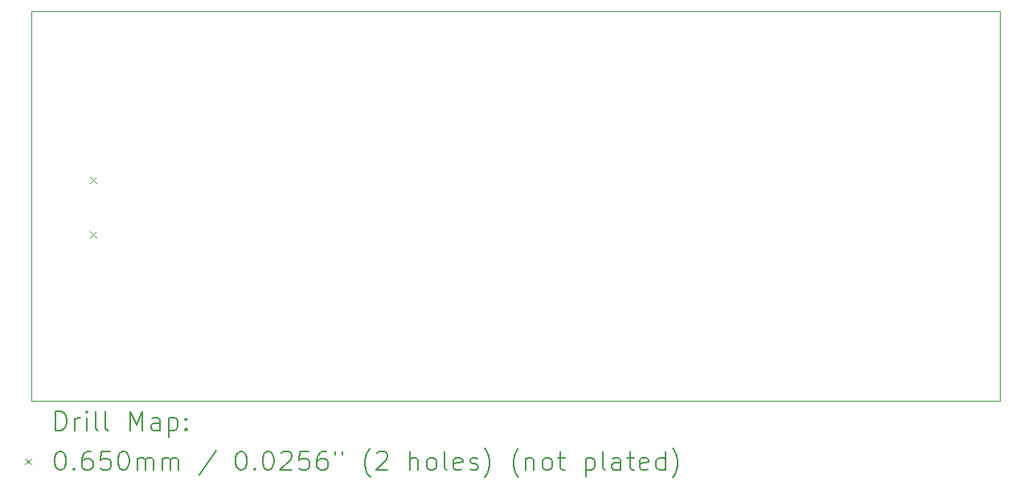
<source format=gbr>
%TF.GenerationSoftware,KiCad,Pcbnew,9.0.6-9.0.6~ubuntu24.04.1*%
%TF.CreationDate,2025-12-26T18:07:37+01:00*%
%TF.ProjectId,security-system,73656375-7269-4747-992d-73797374656d,0*%
%TF.SameCoordinates,Original*%
%TF.FileFunction,Drillmap*%
%TF.FilePolarity,Positive*%
%FSLAX45Y45*%
G04 Gerber Fmt 4.5, Leading zero omitted, Abs format (unit mm)*
G04 Created by KiCad (PCBNEW 9.0.6-9.0.6~ubuntu24.04.1) date 2025-12-26 18:07:37*
%MOMM*%
%LPD*%
G01*
G04 APERTURE LIST*
%ADD10C,0.038100*%
%ADD11C,0.200000*%
%ADD12C,0.100000*%
G04 APERTURE END LIST*
D10*
X12500000Y-6600000D02*
X12500000Y-10700000D01*
X22700000Y-6600000D02*
X12500000Y-6600000D01*
X22700000Y-10700000D02*
X22700000Y-6600000D01*
X12500000Y-10700000D02*
X22700000Y-10700000D01*
D11*
D12*
X13123500Y-8340500D02*
X13188500Y-8405500D01*
X13188500Y-8340500D02*
X13123500Y-8405500D01*
X13123500Y-8918500D02*
X13188500Y-8983500D01*
X13188500Y-8918500D02*
X13123500Y-8983500D01*
D11*
X12758872Y-11013389D02*
X12758872Y-10813389D01*
X12758872Y-10813389D02*
X12806491Y-10813389D01*
X12806491Y-10813389D02*
X12835062Y-10822913D01*
X12835062Y-10822913D02*
X12854110Y-10841960D01*
X12854110Y-10841960D02*
X12863634Y-10861008D01*
X12863634Y-10861008D02*
X12873157Y-10899103D01*
X12873157Y-10899103D02*
X12873157Y-10927675D01*
X12873157Y-10927675D02*
X12863634Y-10965770D01*
X12863634Y-10965770D02*
X12854110Y-10984817D01*
X12854110Y-10984817D02*
X12835062Y-11003865D01*
X12835062Y-11003865D02*
X12806491Y-11013389D01*
X12806491Y-11013389D02*
X12758872Y-11013389D01*
X12958872Y-11013389D02*
X12958872Y-10880055D01*
X12958872Y-10918151D02*
X12968396Y-10899103D01*
X12968396Y-10899103D02*
X12977919Y-10889579D01*
X12977919Y-10889579D02*
X12996967Y-10880055D01*
X12996967Y-10880055D02*
X13016015Y-10880055D01*
X13082681Y-11013389D02*
X13082681Y-10880055D01*
X13082681Y-10813389D02*
X13073157Y-10822913D01*
X13073157Y-10822913D02*
X13082681Y-10832436D01*
X13082681Y-10832436D02*
X13092205Y-10822913D01*
X13092205Y-10822913D02*
X13082681Y-10813389D01*
X13082681Y-10813389D02*
X13082681Y-10832436D01*
X13206491Y-11013389D02*
X13187443Y-11003865D01*
X13187443Y-11003865D02*
X13177919Y-10984817D01*
X13177919Y-10984817D02*
X13177919Y-10813389D01*
X13311253Y-11013389D02*
X13292205Y-11003865D01*
X13292205Y-11003865D02*
X13282681Y-10984817D01*
X13282681Y-10984817D02*
X13282681Y-10813389D01*
X13539824Y-11013389D02*
X13539824Y-10813389D01*
X13539824Y-10813389D02*
X13606491Y-10956246D01*
X13606491Y-10956246D02*
X13673157Y-10813389D01*
X13673157Y-10813389D02*
X13673157Y-11013389D01*
X13854110Y-11013389D02*
X13854110Y-10908627D01*
X13854110Y-10908627D02*
X13844586Y-10889579D01*
X13844586Y-10889579D02*
X13825538Y-10880055D01*
X13825538Y-10880055D02*
X13787443Y-10880055D01*
X13787443Y-10880055D02*
X13768396Y-10889579D01*
X13854110Y-11003865D02*
X13835062Y-11013389D01*
X13835062Y-11013389D02*
X13787443Y-11013389D01*
X13787443Y-11013389D02*
X13768396Y-11003865D01*
X13768396Y-11003865D02*
X13758872Y-10984817D01*
X13758872Y-10984817D02*
X13758872Y-10965770D01*
X13758872Y-10965770D02*
X13768396Y-10946722D01*
X13768396Y-10946722D02*
X13787443Y-10937198D01*
X13787443Y-10937198D02*
X13835062Y-10937198D01*
X13835062Y-10937198D02*
X13854110Y-10927675D01*
X13949348Y-10880055D02*
X13949348Y-11080055D01*
X13949348Y-10889579D02*
X13968396Y-10880055D01*
X13968396Y-10880055D02*
X14006491Y-10880055D01*
X14006491Y-10880055D02*
X14025538Y-10889579D01*
X14025538Y-10889579D02*
X14035062Y-10899103D01*
X14035062Y-10899103D02*
X14044586Y-10918151D01*
X14044586Y-10918151D02*
X14044586Y-10975294D01*
X14044586Y-10975294D02*
X14035062Y-10994341D01*
X14035062Y-10994341D02*
X14025538Y-11003865D01*
X14025538Y-11003865D02*
X14006491Y-11013389D01*
X14006491Y-11013389D02*
X13968396Y-11013389D01*
X13968396Y-11013389D02*
X13949348Y-11003865D01*
X14130300Y-10994341D02*
X14139824Y-11003865D01*
X14139824Y-11003865D02*
X14130300Y-11013389D01*
X14130300Y-11013389D02*
X14120777Y-11003865D01*
X14120777Y-11003865D02*
X14130300Y-10994341D01*
X14130300Y-10994341D02*
X14130300Y-11013389D01*
X14130300Y-10889579D02*
X14139824Y-10899103D01*
X14139824Y-10899103D02*
X14130300Y-10908627D01*
X14130300Y-10908627D02*
X14120777Y-10899103D01*
X14120777Y-10899103D02*
X14130300Y-10889579D01*
X14130300Y-10889579D02*
X14130300Y-10908627D01*
D12*
X12433095Y-11309405D02*
X12498095Y-11374405D01*
X12498095Y-11309405D02*
X12433095Y-11374405D01*
D11*
X12796967Y-11233389D02*
X12816015Y-11233389D01*
X12816015Y-11233389D02*
X12835062Y-11242913D01*
X12835062Y-11242913D02*
X12844586Y-11252436D01*
X12844586Y-11252436D02*
X12854110Y-11271484D01*
X12854110Y-11271484D02*
X12863634Y-11309579D01*
X12863634Y-11309579D02*
X12863634Y-11357198D01*
X12863634Y-11357198D02*
X12854110Y-11395293D01*
X12854110Y-11395293D02*
X12844586Y-11414341D01*
X12844586Y-11414341D02*
X12835062Y-11423865D01*
X12835062Y-11423865D02*
X12816015Y-11433389D01*
X12816015Y-11433389D02*
X12796967Y-11433389D01*
X12796967Y-11433389D02*
X12777919Y-11423865D01*
X12777919Y-11423865D02*
X12768396Y-11414341D01*
X12768396Y-11414341D02*
X12758872Y-11395293D01*
X12758872Y-11395293D02*
X12749348Y-11357198D01*
X12749348Y-11357198D02*
X12749348Y-11309579D01*
X12749348Y-11309579D02*
X12758872Y-11271484D01*
X12758872Y-11271484D02*
X12768396Y-11252436D01*
X12768396Y-11252436D02*
X12777919Y-11242913D01*
X12777919Y-11242913D02*
X12796967Y-11233389D01*
X12949348Y-11414341D02*
X12958872Y-11423865D01*
X12958872Y-11423865D02*
X12949348Y-11433389D01*
X12949348Y-11433389D02*
X12939824Y-11423865D01*
X12939824Y-11423865D02*
X12949348Y-11414341D01*
X12949348Y-11414341D02*
X12949348Y-11433389D01*
X13130300Y-11233389D02*
X13092205Y-11233389D01*
X13092205Y-11233389D02*
X13073157Y-11242913D01*
X13073157Y-11242913D02*
X13063634Y-11252436D01*
X13063634Y-11252436D02*
X13044586Y-11281008D01*
X13044586Y-11281008D02*
X13035062Y-11319103D01*
X13035062Y-11319103D02*
X13035062Y-11395293D01*
X13035062Y-11395293D02*
X13044586Y-11414341D01*
X13044586Y-11414341D02*
X13054110Y-11423865D01*
X13054110Y-11423865D02*
X13073157Y-11433389D01*
X13073157Y-11433389D02*
X13111253Y-11433389D01*
X13111253Y-11433389D02*
X13130300Y-11423865D01*
X13130300Y-11423865D02*
X13139824Y-11414341D01*
X13139824Y-11414341D02*
X13149348Y-11395293D01*
X13149348Y-11395293D02*
X13149348Y-11347674D01*
X13149348Y-11347674D02*
X13139824Y-11328627D01*
X13139824Y-11328627D02*
X13130300Y-11319103D01*
X13130300Y-11319103D02*
X13111253Y-11309579D01*
X13111253Y-11309579D02*
X13073157Y-11309579D01*
X13073157Y-11309579D02*
X13054110Y-11319103D01*
X13054110Y-11319103D02*
X13044586Y-11328627D01*
X13044586Y-11328627D02*
X13035062Y-11347674D01*
X13330300Y-11233389D02*
X13235062Y-11233389D01*
X13235062Y-11233389D02*
X13225538Y-11328627D01*
X13225538Y-11328627D02*
X13235062Y-11319103D01*
X13235062Y-11319103D02*
X13254110Y-11309579D01*
X13254110Y-11309579D02*
X13301729Y-11309579D01*
X13301729Y-11309579D02*
X13320777Y-11319103D01*
X13320777Y-11319103D02*
X13330300Y-11328627D01*
X13330300Y-11328627D02*
X13339824Y-11347674D01*
X13339824Y-11347674D02*
X13339824Y-11395293D01*
X13339824Y-11395293D02*
X13330300Y-11414341D01*
X13330300Y-11414341D02*
X13320777Y-11423865D01*
X13320777Y-11423865D02*
X13301729Y-11433389D01*
X13301729Y-11433389D02*
X13254110Y-11433389D01*
X13254110Y-11433389D02*
X13235062Y-11423865D01*
X13235062Y-11423865D02*
X13225538Y-11414341D01*
X13463634Y-11233389D02*
X13482681Y-11233389D01*
X13482681Y-11233389D02*
X13501729Y-11242913D01*
X13501729Y-11242913D02*
X13511253Y-11252436D01*
X13511253Y-11252436D02*
X13520777Y-11271484D01*
X13520777Y-11271484D02*
X13530300Y-11309579D01*
X13530300Y-11309579D02*
X13530300Y-11357198D01*
X13530300Y-11357198D02*
X13520777Y-11395293D01*
X13520777Y-11395293D02*
X13511253Y-11414341D01*
X13511253Y-11414341D02*
X13501729Y-11423865D01*
X13501729Y-11423865D02*
X13482681Y-11433389D01*
X13482681Y-11433389D02*
X13463634Y-11433389D01*
X13463634Y-11433389D02*
X13444586Y-11423865D01*
X13444586Y-11423865D02*
X13435062Y-11414341D01*
X13435062Y-11414341D02*
X13425538Y-11395293D01*
X13425538Y-11395293D02*
X13416015Y-11357198D01*
X13416015Y-11357198D02*
X13416015Y-11309579D01*
X13416015Y-11309579D02*
X13425538Y-11271484D01*
X13425538Y-11271484D02*
X13435062Y-11252436D01*
X13435062Y-11252436D02*
X13444586Y-11242913D01*
X13444586Y-11242913D02*
X13463634Y-11233389D01*
X13616015Y-11433389D02*
X13616015Y-11300055D01*
X13616015Y-11319103D02*
X13625538Y-11309579D01*
X13625538Y-11309579D02*
X13644586Y-11300055D01*
X13644586Y-11300055D02*
X13673158Y-11300055D01*
X13673158Y-11300055D02*
X13692205Y-11309579D01*
X13692205Y-11309579D02*
X13701729Y-11328627D01*
X13701729Y-11328627D02*
X13701729Y-11433389D01*
X13701729Y-11328627D02*
X13711253Y-11309579D01*
X13711253Y-11309579D02*
X13730300Y-11300055D01*
X13730300Y-11300055D02*
X13758872Y-11300055D01*
X13758872Y-11300055D02*
X13777919Y-11309579D01*
X13777919Y-11309579D02*
X13787443Y-11328627D01*
X13787443Y-11328627D02*
X13787443Y-11433389D01*
X13882681Y-11433389D02*
X13882681Y-11300055D01*
X13882681Y-11319103D02*
X13892205Y-11309579D01*
X13892205Y-11309579D02*
X13911253Y-11300055D01*
X13911253Y-11300055D02*
X13939824Y-11300055D01*
X13939824Y-11300055D02*
X13958872Y-11309579D01*
X13958872Y-11309579D02*
X13968396Y-11328627D01*
X13968396Y-11328627D02*
X13968396Y-11433389D01*
X13968396Y-11328627D02*
X13977919Y-11309579D01*
X13977919Y-11309579D02*
X13996967Y-11300055D01*
X13996967Y-11300055D02*
X14025538Y-11300055D01*
X14025538Y-11300055D02*
X14044586Y-11309579D01*
X14044586Y-11309579D02*
X14054110Y-11328627D01*
X14054110Y-11328627D02*
X14054110Y-11433389D01*
X14444586Y-11223865D02*
X14273158Y-11481008D01*
X14701729Y-11233389D02*
X14720777Y-11233389D01*
X14720777Y-11233389D02*
X14739824Y-11242913D01*
X14739824Y-11242913D02*
X14749348Y-11252436D01*
X14749348Y-11252436D02*
X14758872Y-11271484D01*
X14758872Y-11271484D02*
X14768396Y-11309579D01*
X14768396Y-11309579D02*
X14768396Y-11357198D01*
X14768396Y-11357198D02*
X14758872Y-11395293D01*
X14758872Y-11395293D02*
X14749348Y-11414341D01*
X14749348Y-11414341D02*
X14739824Y-11423865D01*
X14739824Y-11423865D02*
X14720777Y-11433389D01*
X14720777Y-11433389D02*
X14701729Y-11433389D01*
X14701729Y-11433389D02*
X14682681Y-11423865D01*
X14682681Y-11423865D02*
X14673158Y-11414341D01*
X14673158Y-11414341D02*
X14663634Y-11395293D01*
X14663634Y-11395293D02*
X14654110Y-11357198D01*
X14654110Y-11357198D02*
X14654110Y-11309579D01*
X14654110Y-11309579D02*
X14663634Y-11271484D01*
X14663634Y-11271484D02*
X14673158Y-11252436D01*
X14673158Y-11252436D02*
X14682681Y-11242913D01*
X14682681Y-11242913D02*
X14701729Y-11233389D01*
X14854110Y-11414341D02*
X14863634Y-11423865D01*
X14863634Y-11423865D02*
X14854110Y-11433389D01*
X14854110Y-11433389D02*
X14844586Y-11423865D01*
X14844586Y-11423865D02*
X14854110Y-11414341D01*
X14854110Y-11414341D02*
X14854110Y-11433389D01*
X14987443Y-11233389D02*
X15006491Y-11233389D01*
X15006491Y-11233389D02*
X15025539Y-11242913D01*
X15025539Y-11242913D02*
X15035062Y-11252436D01*
X15035062Y-11252436D02*
X15044586Y-11271484D01*
X15044586Y-11271484D02*
X15054110Y-11309579D01*
X15054110Y-11309579D02*
X15054110Y-11357198D01*
X15054110Y-11357198D02*
X15044586Y-11395293D01*
X15044586Y-11395293D02*
X15035062Y-11414341D01*
X15035062Y-11414341D02*
X15025539Y-11423865D01*
X15025539Y-11423865D02*
X15006491Y-11433389D01*
X15006491Y-11433389D02*
X14987443Y-11433389D01*
X14987443Y-11433389D02*
X14968396Y-11423865D01*
X14968396Y-11423865D02*
X14958872Y-11414341D01*
X14958872Y-11414341D02*
X14949348Y-11395293D01*
X14949348Y-11395293D02*
X14939824Y-11357198D01*
X14939824Y-11357198D02*
X14939824Y-11309579D01*
X14939824Y-11309579D02*
X14949348Y-11271484D01*
X14949348Y-11271484D02*
X14958872Y-11252436D01*
X14958872Y-11252436D02*
X14968396Y-11242913D01*
X14968396Y-11242913D02*
X14987443Y-11233389D01*
X15130301Y-11252436D02*
X15139824Y-11242913D01*
X15139824Y-11242913D02*
X15158872Y-11233389D01*
X15158872Y-11233389D02*
X15206491Y-11233389D01*
X15206491Y-11233389D02*
X15225539Y-11242913D01*
X15225539Y-11242913D02*
X15235062Y-11252436D01*
X15235062Y-11252436D02*
X15244586Y-11271484D01*
X15244586Y-11271484D02*
X15244586Y-11290532D01*
X15244586Y-11290532D02*
X15235062Y-11319103D01*
X15235062Y-11319103D02*
X15120777Y-11433389D01*
X15120777Y-11433389D02*
X15244586Y-11433389D01*
X15425539Y-11233389D02*
X15330301Y-11233389D01*
X15330301Y-11233389D02*
X15320777Y-11328627D01*
X15320777Y-11328627D02*
X15330301Y-11319103D01*
X15330301Y-11319103D02*
X15349348Y-11309579D01*
X15349348Y-11309579D02*
X15396967Y-11309579D01*
X15396967Y-11309579D02*
X15416015Y-11319103D01*
X15416015Y-11319103D02*
X15425539Y-11328627D01*
X15425539Y-11328627D02*
X15435062Y-11347674D01*
X15435062Y-11347674D02*
X15435062Y-11395293D01*
X15435062Y-11395293D02*
X15425539Y-11414341D01*
X15425539Y-11414341D02*
X15416015Y-11423865D01*
X15416015Y-11423865D02*
X15396967Y-11433389D01*
X15396967Y-11433389D02*
X15349348Y-11433389D01*
X15349348Y-11433389D02*
X15330301Y-11423865D01*
X15330301Y-11423865D02*
X15320777Y-11414341D01*
X15606491Y-11233389D02*
X15568396Y-11233389D01*
X15568396Y-11233389D02*
X15549348Y-11242913D01*
X15549348Y-11242913D02*
X15539824Y-11252436D01*
X15539824Y-11252436D02*
X15520777Y-11281008D01*
X15520777Y-11281008D02*
X15511253Y-11319103D01*
X15511253Y-11319103D02*
X15511253Y-11395293D01*
X15511253Y-11395293D02*
X15520777Y-11414341D01*
X15520777Y-11414341D02*
X15530301Y-11423865D01*
X15530301Y-11423865D02*
X15549348Y-11433389D01*
X15549348Y-11433389D02*
X15587443Y-11433389D01*
X15587443Y-11433389D02*
X15606491Y-11423865D01*
X15606491Y-11423865D02*
X15616015Y-11414341D01*
X15616015Y-11414341D02*
X15625539Y-11395293D01*
X15625539Y-11395293D02*
X15625539Y-11347674D01*
X15625539Y-11347674D02*
X15616015Y-11328627D01*
X15616015Y-11328627D02*
X15606491Y-11319103D01*
X15606491Y-11319103D02*
X15587443Y-11309579D01*
X15587443Y-11309579D02*
X15549348Y-11309579D01*
X15549348Y-11309579D02*
X15530301Y-11319103D01*
X15530301Y-11319103D02*
X15520777Y-11328627D01*
X15520777Y-11328627D02*
X15511253Y-11347674D01*
X15701729Y-11233389D02*
X15701729Y-11271484D01*
X15777920Y-11233389D02*
X15777920Y-11271484D01*
X16073158Y-11509579D02*
X16063634Y-11500055D01*
X16063634Y-11500055D02*
X16044586Y-11471484D01*
X16044586Y-11471484D02*
X16035063Y-11452436D01*
X16035063Y-11452436D02*
X16025539Y-11423865D01*
X16025539Y-11423865D02*
X16016015Y-11376246D01*
X16016015Y-11376246D02*
X16016015Y-11338151D01*
X16016015Y-11338151D02*
X16025539Y-11290532D01*
X16025539Y-11290532D02*
X16035063Y-11261960D01*
X16035063Y-11261960D02*
X16044586Y-11242913D01*
X16044586Y-11242913D02*
X16063634Y-11214341D01*
X16063634Y-11214341D02*
X16073158Y-11204817D01*
X16139824Y-11252436D02*
X16149348Y-11242913D01*
X16149348Y-11242913D02*
X16168396Y-11233389D01*
X16168396Y-11233389D02*
X16216015Y-11233389D01*
X16216015Y-11233389D02*
X16235063Y-11242913D01*
X16235063Y-11242913D02*
X16244586Y-11252436D01*
X16244586Y-11252436D02*
X16254110Y-11271484D01*
X16254110Y-11271484D02*
X16254110Y-11290532D01*
X16254110Y-11290532D02*
X16244586Y-11319103D01*
X16244586Y-11319103D02*
X16130301Y-11433389D01*
X16130301Y-11433389D02*
X16254110Y-11433389D01*
X16492205Y-11433389D02*
X16492205Y-11233389D01*
X16577920Y-11433389D02*
X16577920Y-11328627D01*
X16577920Y-11328627D02*
X16568396Y-11309579D01*
X16568396Y-11309579D02*
X16549348Y-11300055D01*
X16549348Y-11300055D02*
X16520777Y-11300055D01*
X16520777Y-11300055D02*
X16501729Y-11309579D01*
X16501729Y-11309579D02*
X16492205Y-11319103D01*
X16701729Y-11433389D02*
X16682682Y-11423865D01*
X16682682Y-11423865D02*
X16673158Y-11414341D01*
X16673158Y-11414341D02*
X16663634Y-11395293D01*
X16663634Y-11395293D02*
X16663634Y-11338151D01*
X16663634Y-11338151D02*
X16673158Y-11319103D01*
X16673158Y-11319103D02*
X16682682Y-11309579D01*
X16682682Y-11309579D02*
X16701729Y-11300055D01*
X16701729Y-11300055D02*
X16730301Y-11300055D01*
X16730301Y-11300055D02*
X16749348Y-11309579D01*
X16749348Y-11309579D02*
X16758872Y-11319103D01*
X16758872Y-11319103D02*
X16768396Y-11338151D01*
X16768396Y-11338151D02*
X16768396Y-11395293D01*
X16768396Y-11395293D02*
X16758872Y-11414341D01*
X16758872Y-11414341D02*
X16749348Y-11423865D01*
X16749348Y-11423865D02*
X16730301Y-11433389D01*
X16730301Y-11433389D02*
X16701729Y-11433389D01*
X16882682Y-11433389D02*
X16863634Y-11423865D01*
X16863634Y-11423865D02*
X16854110Y-11404817D01*
X16854110Y-11404817D02*
X16854110Y-11233389D01*
X17035063Y-11423865D02*
X17016015Y-11433389D01*
X17016015Y-11433389D02*
X16977920Y-11433389D01*
X16977920Y-11433389D02*
X16958872Y-11423865D01*
X16958872Y-11423865D02*
X16949348Y-11404817D01*
X16949348Y-11404817D02*
X16949348Y-11328627D01*
X16949348Y-11328627D02*
X16958872Y-11309579D01*
X16958872Y-11309579D02*
X16977920Y-11300055D01*
X16977920Y-11300055D02*
X17016015Y-11300055D01*
X17016015Y-11300055D02*
X17035063Y-11309579D01*
X17035063Y-11309579D02*
X17044587Y-11328627D01*
X17044587Y-11328627D02*
X17044587Y-11347674D01*
X17044587Y-11347674D02*
X16949348Y-11366722D01*
X17120777Y-11423865D02*
X17139825Y-11433389D01*
X17139825Y-11433389D02*
X17177920Y-11433389D01*
X17177920Y-11433389D02*
X17196968Y-11423865D01*
X17196968Y-11423865D02*
X17206491Y-11404817D01*
X17206491Y-11404817D02*
X17206491Y-11395293D01*
X17206491Y-11395293D02*
X17196968Y-11376246D01*
X17196968Y-11376246D02*
X17177920Y-11366722D01*
X17177920Y-11366722D02*
X17149348Y-11366722D01*
X17149348Y-11366722D02*
X17130301Y-11357198D01*
X17130301Y-11357198D02*
X17120777Y-11338151D01*
X17120777Y-11338151D02*
X17120777Y-11328627D01*
X17120777Y-11328627D02*
X17130301Y-11309579D01*
X17130301Y-11309579D02*
X17149348Y-11300055D01*
X17149348Y-11300055D02*
X17177920Y-11300055D01*
X17177920Y-11300055D02*
X17196968Y-11309579D01*
X17273158Y-11509579D02*
X17282682Y-11500055D01*
X17282682Y-11500055D02*
X17301729Y-11471484D01*
X17301729Y-11471484D02*
X17311253Y-11452436D01*
X17311253Y-11452436D02*
X17320777Y-11423865D01*
X17320777Y-11423865D02*
X17330301Y-11376246D01*
X17330301Y-11376246D02*
X17330301Y-11338151D01*
X17330301Y-11338151D02*
X17320777Y-11290532D01*
X17320777Y-11290532D02*
X17311253Y-11261960D01*
X17311253Y-11261960D02*
X17301729Y-11242913D01*
X17301729Y-11242913D02*
X17282682Y-11214341D01*
X17282682Y-11214341D02*
X17273158Y-11204817D01*
X17635063Y-11509579D02*
X17625539Y-11500055D01*
X17625539Y-11500055D02*
X17606491Y-11471484D01*
X17606491Y-11471484D02*
X17596968Y-11452436D01*
X17596968Y-11452436D02*
X17587444Y-11423865D01*
X17587444Y-11423865D02*
X17577920Y-11376246D01*
X17577920Y-11376246D02*
X17577920Y-11338151D01*
X17577920Y-11338151D02*
X17587444Y-11290532D01*
X17587444Y-11290532D02*
X17596968Y-11261960D01*
X17596968Y-11261960D02*
X17606491Y-11242913D01*
X17606491Y-11242913D02*
X17625539Y-11214341D01*
X17625539Y-11214341D02*
X17635063Y-11204817D01*
X17711253Y-11300055D02*
X17711253Y-11433389D01*
X17711253Y-11319103D02*
X17720777Y-11309579D01*
X17720777Y-11309579D02*
X17739825Y-11300055D01*
X17739825Y-11300055D02*
X17768396Y-11300055D01*
X17768396Y-11300055D02*
X17787444Y-11309579D01*
X17787444Y-11309579D02*
X17796968Y-11328627D01*
X17796968Y-11328627D02*
X17796968Y-11433389D01*
X17920777Y-11433389D02*
X17901729Y-11423865D01*
X17901729Y-11423865D02*
X17892206Y-11414341D01*
X17892206Y-11414341D02*
X17882682Y-11395293D01*
X17882682Y-11395293D02*
X17882682Y-11338151D01*
X17882682Y-11338151D02*
X17892206Y-11319103D01*
X17892206Y-11319103D02*
X17901729Y-11309579D01*
X17901729Y-11309579D02*
X17920777Y-11300055D01*
X17920777Y-11300055D02*
X17949349Y-11300055D01*
X17949349Y-11300055D02*
X17968396Y-11309579D01*
X17968396Y-11309579D02*
X17977920Y-11319103D01*
X17977920Y-11319103D02*
X17987444Y-11338151D01*
X17987444Y-11338151D02*
X17987444Y-11395293D01*
X17987444Y-11395293D02*
X17977920Y-11414341D01*
X17977920Y-11414341D02*
X17968396Y-11423865D01*
X17968396Y-11423865D02*
X17949349Y-11433389D01*
X17949349Y-11433389D02*
X17920777Y-11433389D01*
X18044587Y-11300055D02*
X18120777Y-11300055D01*
X18073158Y-11233389D02*
X18073158Y-11404817D01*
X18073158Y-11404817D02*
X18082682Y-11423865D01*
X18082682Y-11423865D02*
X18101729Y-11433389D01*
X18101729Y-11433389D02*
X18120777Y-11433389D01*
X18339825Y-11300055D02*
X18339825Y-11500055D01*
X18339825Y-11309579D02*
X18358872Y-11300055D01*
X18358872Y-11300055D02*
X18396968Y-11300055D01*
X18396968Y-11300055D02*
X18416015Y-11309579D01*
X18416015Y-11309579D02*
X18425539Y-11319103D01*
X18425539Y-11319103D02*
X18435063Y-11338151D01*
X18435063Y-11338151D02*
X18435063Y-11395293D01*
X18435063Y-11395293D02*
X18425539Y-11414341D01*
X18425539Y-11414341D02*
X18416015Y-11423865D01*
X18416015Y-11423865D02*
X18396968Y-11433389D01*
X18396968Y-11433389D02*
X18358872Y-11433389D01*
X18358872Y-11433389D02*
X18339825Y-11423865D01*
X18549349Y-11433389D02*
X18530301Y-11423865D01*
X18530301Y-11423865D02*
X18520777Y-11404817D01*
X18520777Y-11404817D02*
X18520777Y-11233389D01*
X18711253Y-11433389D02*
X18711253Y-11328627D01*
X18711253Y-11328627D02*
X18701730Y-11309579D01*
X18701730Y-11309579D02*
X18682682Y-11300055D01*
X18682682Y-11300055D02*
X18644587Y-11300055D01*
X18644587Y-11300055D02*
X18625539Y-11309579D01*
X18711253Y-11423865D02*
X18692206Y-11433389D01*
X18692206Y-11433389D02*
X18644587Y-11433389D01*
X18644587Y-11433389D02*
X18625539Y-11423865D01*
X18625539Y-11423865D02*
X18616015Y-11404817D01*
X18616015Y-11404817D02*
X18616015Y-11385770D01*
X18616015Y-11385770D02*
X18625539Y-11366722D01*
X18625539Y-11366722D02*
X18644587Y-11357198D01*
X18644587Y-11357198D02*
X18692206Y-11357198D01*
X18692206Y-11357198D02*
X18711253Y-11347674D01*
X18777920Y-11300055D02*
X18854110Y-11300055D01*
X18806491Y-11233389D02*
X18806491Y-11404817D01*
X18806491Y-11404817D02*
X18816015Y-11423865D01*
X18816015Y-11423865D02*
X18835063Y-11433389D01*
X18835063Y-11433389D02*
X18854110Y-11433389D01*
X18996968Y-11423865D02*
X18977920Y-11433389D01*
X18977920Y-11433389D02*
X18939825Y-11433389D01*
X18939825Y-11433389D02*
X18920777Y-11423865D01*
X18920777Y-11423865D02*
X18911253Y-11404817D01*
X18911253Y-11404817D02*
X18911253Y-11328627D01*
X18911253Y-11328627D02*
X18920777Y-11309579D01*
X18920777Y-11309579D02*
X18939825Y-11300055D01*
X18939825Y-11300055D02*
X18977920Y-11300055D01*
X18977920Y-11300055D02*
X18996968Y-11309579D01*
X18996968Y-11309579D02*
X19006491Y-11328627D01*
X19006491Y-11328627D02*
X19006491Y-11347674D01*
X19006491Y-11347674D02*
X18911253Y-11366722D01*
X19177920Y-11433389D02*
X19177920Y-11233389D01*
X19177920Y-11423865D02*
X19158872Y-11433389D01*
X19158872Y-11433389D02*
X19120777Y-11433389D01*
X19120777Y-11433389D02*
X19101730Y-11423865D01*
X19101730Y-11423865D02*
X19092206Y-11414341D01*
X19092206Y-11414341D02*
X19082682Y-11395293D01*
X19082682Y-11395293D02*
X19082682Y-11338151D01*
X19082682Y-11338151D02*
X19092206Y-11319103D01*
X19092206Y-11319103D02*
X19101730Y-11309579D01*
X19101730Y-11309579D02*
X19120777Y-11300055D01*
X19120777Y-11300055D02*
X19158872Y-11300055D01*
X19158872Y-11300055D02*
X19177920Y-11309579D01*
X19254111Y-11509579D02*
X19263634Y-11500055D01*
X19263634Y-11500055D02*
X19282682Y-11471484D01*
X19282682Y-11471484D02*
X19292206Y-11452436D01*
X19292206Y-11452436D02*
X19301730Y-11423865D01*
X19301730Y-11423865D02*
X19311253Y-11376246D01*
X19311253Y-11376246D02*
X19311253Y-11338151D01*
X19311253Y-11338151D02*
X19301730Y-11290532D01*
X19301730Y-11290532D02*
X19292206Y-11261960D01*
X19292206Y-11261960D02*
X19282682Y-11242913D01*
X19282682Y-11242913D02*
X19263634Y-11214341D01*
X19263634Y-11214341D02*
X19254111Y-11204817D01*
M02*

</source>
